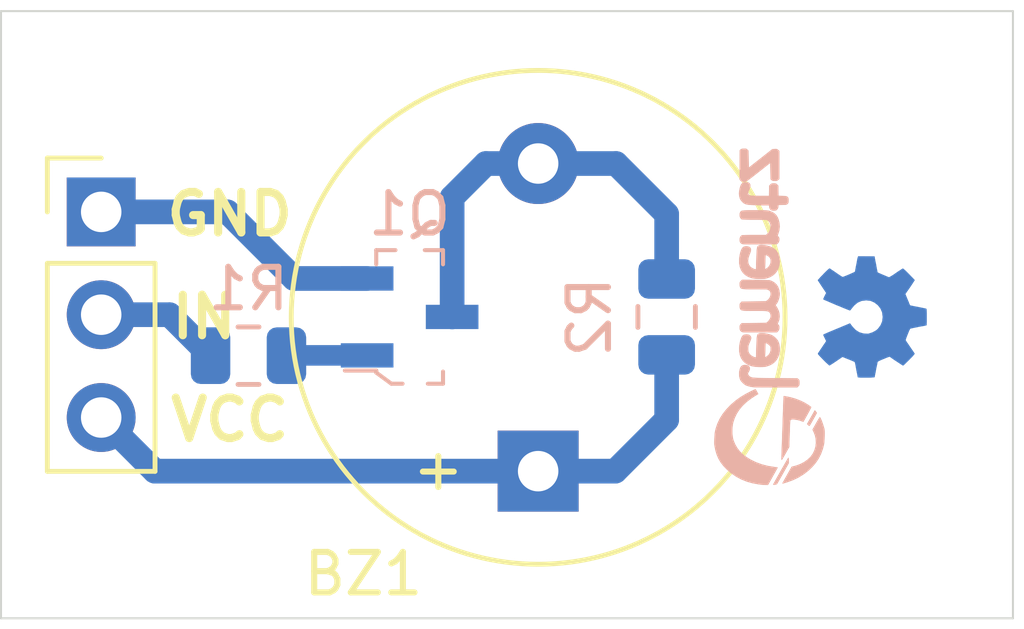
<source format=kicad_pcb>
(kicad_pcb (version 20171130) (host pcbnew 5.1.5-52549c5~86~ubuntu16.04.1)

  (general
    (thickness 1.6)
    (drawings 7)
    (tracks 18)
    (zones 0)
    (modules 9)
    (nets 6)
  )

  (page A4)
  (title_block
    (title "Buzzer Module")
    (date 2020-11-09)
    (rev V1.0)
    (company "Elementz Engineers Guild Pvt Ltd")
    (comment 1 "Verified by : Jerryl")
    (comment 2 "Drawn by : Anandu")
  )

  (layers
    (0 F.Cu signal)
    (31 B.Cu signal)
    (32 B.Adhes user hide)
    (33 F.Adhes user hide)
    (34 B.Paste user)
    (35 F.Paste user)
    (36 B.SilkS user)
    (37 F.SilkS user)
    (38 B.Mask user)
    (39 F.Mask user)
    (40 Dwgs.User user)
    (41 Cmts.User user)
    (42 Eco1.User user)
    (43 Eco2.User user)
    (44 Edge.Cuts user)
    (45 Margin user hide)
    (46 B.CrtYd user hide)
    (47 F.CrtYd user hide)
    (48 B.Fab user hide)
    (49 F.Fab user hide)
  )

  (setup
    (last_trace_width 0.508)
    (trace_clearance 0.2)
    (zone_clearance 0.508)
    (zone_45_only no)
    (trace_min 0.2)
    (via_size 0.8)
    (via_drill 0.4)
    (via_min_size 0.4)
    (via_min_drill 0.3)
    (uvia_size 0.3)
    (uvia_drill 0.1)
    (uvias_allowed no)
    (uvia_min_size 0.2)
    (uvia_min_drill 0.1)
    (edge_width 0.05)
    (segment_width 0.2)
    (pcb_text_width 0.3)
    (pcb_text_size 1.5 1.5)
    (mod_edge_width 0.12)
    (mod_text_size 1 1)
    (mod_text_width 0.15)
    (pad_size 1.524 1.524)
    (pad_drill 0.762)
    (pad_to_mask_clearance 0)
    (aux_axis_origin 0 0)
    (visible_elements FFFFFF7F)
    (pcbplotparams
      (layerselection 0x010f4_fffffffe)
      (usegerberextensions false)
      (usegerberattributes true)
      (usegerberadvancedattributes true)
      (creategerberjobfile true)
      (excludeedgelayer true)
      (linewidth 0.100000)
      (plotframeref false)
      (viasonmask false)
      (mode 1)
      (useauxorigin false)
      (hpglpennumber 1)
      (hpglpenspeed 20)
      (hpglpendiameter 15.000000)
      (psnegative false)
      (psa4output false)
      (plotreference true)
      (plotvalue false)
      (plotinvisibletext false)
      (padsonsilk false)
      (subtractmaskfromsilk false)
      (outputformat 1)
      (mirror false)
      (drillshape 0)
      (scaleselection 1)
      (outputdirectory "Gerber"))
  )

  (net 0 "")
  (net 1 "Net-(BZ1-Pad2)")
  (net 2 VCC)
  (net 3 /IN)
  (net 4 GND)
  (net 5 "Net-(Q1-Pad1)")

  (net_class Default "This is the default net class."
    (clearance 0.2)
    (trace_width 0.508)
    (via_dia 0.8)
    (via_drill 0.4)
    (uvia_dia 0.3)
    (uvia_drill 0.1)
    (add_net "Net-(Q1-Pad1)")
  )

  (net_class VCC ""
    (clearance 0.2)
    (trace_width 0.6096)
    (via_dia 0.8)
    (via_drill 0.4)
    (uvia_dia 0.3)
    (uvia_drill 0.1)
    (add_net /IN)
    (add_net GND)
    (add_net "Net-(BZ1-Pad2)")
    (add_net VCC)
  )

  (module OSHW-logo:OSHW-logo_copper-back_3mm (layer B.Cu) (tedit 0) (tstamp 5FA938FB)
    (at 136.525 122.555 90)
    (fp_text reference G*** (at 0 -1.59004 -90) (layer F.SilkS) hide
      (effects (font (size 0.13462 0.13462) (thickness 0.0254)))
    )
    (fp_text value OSHW-logo_copper-back_3mm (at 0 1.59004 -90) (layer F.SilkS) hide
      (effects (font (size 0.13462 0.13462) (thickness 0.0254)))
    )
    (fp_poly (pts (xy 0.90932 -1.3462) (xy 0.89154 -1.33858) (xy 0.85852 -1.31572) (xy 0.80772 -1.2827)
      (xy 0.7493 -1.2446) (xy 0.68834 -1.20396) (xy 0.64008 -1.17094) (xy 0.60452 -1.14808)
      (xy 0.59182 -1.14046) (xy 0.5842 -1.143) (xy 0.55626 -1.15824) (xy 0.51562 -1.17856)
      (xy 0.49022 -1.19126) (xy 0.45212 -1.2065) (xy 0.43434 -1.21158) (xy 0.4318 -1.2065)
      (xy 0.41656 -1.17602) (xy 0.39624 -1.12776) (xy 0.3683 -1.06172) (xy 0.33528 -0.98552)
      (xy 0.29972 -0.90424) (xy 0.2667 -0.82042) (xy 0.23368 -0.74168) (xy 0.2032 -0.66802)
      (xy 0.18034 -0.6096) (xy 0.1651 -0.56896) (xy 0.15748 -0.55118) (xy 0.16002 -0.54864)
      (xy 0.1778 -0.53086) (xy 0.21082 -0.50546) (xy 0.28194 -0.44704) (xy 0.35306 -0.36068)
      (xy 0.39624 -0.26162) (xy 0.40894 -0.14986) (xy 0.39878 -0.04826) (xy 0.35814 0.04826)
      (xy 0.28956 0.13716) (xy 0.20574 0.2032) (xy 0.10922 0.24384) (xy 0 0.25654)
      (xy -0.10414 0.24638) (xy -0.2032 0.20574) (xy -0.2921 0.1397) (xy -0.3302 0.09652)
      (xy -0.381 0.00508) (xy -0.41148 -0.0889) (xy -0.41402 -0.11176) (xy -0.40894 -0.21844)
      (xy -0.37846 -0.32004) (xy -0.32258 -0.40894) (xy -0.24638 -0.4826) (xy -0.23622 -0.49022)
      (xy -0.20066 -0.51816) (xy -0.17526 -0.53594) (xy -0.15748 -0.55118) (xy -0.2921 -0.87376)
      (xy -0.31242 -0.92456) (xy -0.35052 -1.01346) (xy -0.381 -1.08966) (xy -0.40894 -1.15062)
      (xy -0.42672 -1.19126) (xy -0.43434 -1.2065) (xy -0.44704 -1.20904) (xy -0.4699 -1.20142)
      (xy -0.51562 -1.17856) (xy -0.5461 -1.16332) (xy -0.57912 -1.14808) (xy -0.59436 -1.14046)
      (xy -0.6096 -1.14808) (xy -0.64262 -1.1684) (xy -0.68834 -1.20142) (xy -0.74676 -1.23952)
      (xy -0.80264 -1.27762) (xy -0.85344 -1.31064) (xy -0.889 -1.33604) (xy -0.90678 -1.34366)
      (xy -0.90932 -1.34366) (xy -0.9271 -1.33604) (xy -0.95504 -1.31064) (xy -0.99822 -1.27)
      (xy -1.06172 -1.20904) (xy -1.07188 -1.19888) (xy -1.12268 -1.14808) (xy -1.16332 -1.10236)
      (xy -1.19126 -1.07188) (xy -1.20142 -1.05918) (xy -1.19126 -1.0414) (xy -1.1684 -1.0033)
      (xy -1.13538 -0.9525) (xy -1.09474 -0.89154) (xy -0.98806 -0.7366) (xy -1.04648 -0.59182)
      (xy -1.06426 -0.5461) (xy -1.08712 -0.49022) (xy -1.1049 -0.45212) (xy -1.11252 -0.43434)
      (xy -1.1303 -0.42926) (xy -1.1684 -0.4191) (xy -1.22682 -0.40894) (xy -1.29794 -0.39624)
      (xy -1.36398 -0.38354) (xy -1.4224 -0.37084) (xy -1.46558 -0.36322) (xy -1.4859 -0.36068)
      (xy -1.49098 -0.3556) (xy -1.49352 -0.34798) (xy -1.49606 -0.32766) (xy -1.4986 -0.28956)
      (xy -1.4986 -0.23368) (xy -1.4986 -0.14986) (xy -1.4986 -0.14224) (xy -1.4986 -0.0635)
      (xy -1.49606 0) (xy -1.49352 0.0381) (xy -1.49098 0.05588) (xy -1.4732 0.06096)
      (xy -1.43002 0.06858) (xy -1.3716 0.08128) (xy -1.30048 0.09398) (xy -1.2954 0.09398)
      (xy -1.22428 0.10922) (xy -1.16586 0.12192) (xy -1.12268 0.12954) (xy -1.1049 0.13716)
      (xy -1.10236 0.14224) (xy -1.08712 0.17018) (xy -1.0668 0.21336) (xy -1.04394 0.2667)
      (xy -1.02108 0.32258) (xy -1.00076 0.37338) (xy -0.98806 0.40894) (xy -0.98298 0.42672)
      (xy -0.99314 0.4445) (xy -1.01854 0.48006) (xy -1.0541 0.53086) (xy -1.09474 0.59182)
      (xy -1.09728 0.5969) (xy -1.13792 0.65786) (xy -1.17094 0.70866) (xy -1.1938 0.74422)
      (xy -1.20142 0.75946) (xy -1.20142 0.762) (xy -1.18872 0.77978) (xy -1.15824 0.8128)
      (xy -1.11252 0.85852) (xy -1.06172 0.91186) (xy -1.04394 0.9271) (xy -0.98552 0.98552)
      (xy -0.94488 1.02108) (xy -0.91948 1.0414) (xy -0.90932 1.04648) (xy -0.90678 1.04648)
      (xy -0.889 1.03632) (xy -0.8509 1.01092) (xy -0.8001 0.97536) (xy -0.73914 0.93472)
      (xy -0.7366 0.93218) (xy -0.67564 0.89154) (xy -0.62484 0.85598) (xy -0.58928 0.83312)
      (xy -0.57404 0.8255) (xy -0.5715 0.8255) (xy -0.54864 0.83058) (xy -0.50546 0.84582)
      (xy -0.45212 0.86614) (xy -0.39624 0.889) (xy -0.34544 0.90932) (xy -0.30988 0.9271)
      (xy -0.2921 0.93726) (xy -0.28956 0.93726) (xy -0.28448 0.96012) (xy -0.27432 1.00584)
      (xy -0.26162 1.0668) (xy -0.24638 1.14046) (xy -0.24384 1.15062) (xy -0.23114 1.22428)
      (xy -0.22098 1.2827) (xy -0.21082 1.32334) (xy -0.20828 1.34112) (xy -0.19812 1.34112)
      (xy -0.16256 1.34366) (xy -0.10922 1.3462) (xy -0.04318 1.3462) (xy 0.02286 1.3462)
      (xy 0.0889 1.3462) (xy 0.14478 1.34366) (xy 0.18542 1.34112) (xy 0.2032 1.33604)
      (xy 0.20828 1.31318) (xy 0.21844 1.27) (xy 0.23114 1.2065) (xy 0.24638 1.13284)
      (xy 0.24892 1.12014) (xy 0.26162 1.04902) (xy 0.27432 0.9906) (xy 0.28194 0.94996)
      (xy 0.28702 0.93472) (xy 0.2921 0.93218) (xy 0.32258 0.91694) (xy 0.37084 0.89916)
      (xy 0.42926 0.87376) (xy 0.56642 0.81788) (xy 0.73406 0.93472) (xy 0.7493 0.94488)
      (xy 0.81026 0.98552) (xy 0.86106 1.01854) (xy 0.89662 1.0414) (xy 0.90932 1.04902)
      (xy 0.91186 1.04902) (xy 0.9271 1.03378) (xy 0.96012 1.0033) (xy 1.00584 0.95758)
      (xy 1.05918 0.90678) (xy 1.09982 0.86614) (xy 1.14554 0.82042) (xy 1.17348 0.7874)
      (xy 1.19126 0.76708) (xy 1.19634 0.75438) (xy 1.1938 0.74676) (xy 1.18364 0.72898)
      (xy 1.15824 0.69342) (xy 1.12522 0.64008) (xy 1.08458 0.58166) (xy 1.04902 0.53086)
      (xy 1.01346 0.47498) (xy 0.9906 0.43434) (xy 0.98044 0.41656) (xy 0.98298 0.4064)
      (xy 0.99568 0.37338) (xy 1.016 0.32512) (xy 1.0414 0.26416) (xy 1.09982 0.13208)
      (xy 1.18618 0.1143) (xy 1.23952 0.10414) (xy 1.31318 0.09144) (xy 1.3843 0.0762)
      (xy 1.49606 0.05588) (xy 1.4986 -0.34798) (xy 1.48082 -0.3556) (xy 1.46558 -0.36068)
      (xy 1.42494 -0.37084) (xy 1.36652 -0.381) (xy 1.29794 -0.3937) (xy 1.23698 -0.4064)
      (xy 1.17856 -0.41656) (xy 1.13538 -0.42418) (xy 1.1176 -0.42926) (xy 1.11252 -0.43434)
      (xy 1.09728 -0.46482) (xy 1.07696 -0.51054) (xy 1.0541 -0.56388) (xy 1.0287 -0.6223)
      (xy 1.00838 -0.6731) (xy 0.99314 -0.71374) (xy 0.98806 -0.73406) (xy 0.99568 -0.7493)
      (xy 1.01854 -0.78486) (xy 1.05156 -0.83566) (xy 1.0922 -0.89408) (xy 1.13284 -0.9525)
      (xy 1.16586 -1.0033) (xy 1.19126 -1.03886) (xy 1.19888 -1.05664) (xy 1.1938 -1.0668)
      (xy 1.17094 -1.09474) (xy 1.12776 -1.14046) (xy 1.06172 -1.2065) (xy 1.04902 -1.21666)
      (xy 0.99822 -1.26746) (xy 0.9525 -1.3081) (xy 0.92202 -1.33604) (xy 0.90932 -1.3462)) (layer B.Cu) (width 0.00254))
  )

  (module Logo:LOGO_8 (layer B.Cu) (tedit 0) (tstamp 5FA95A85)
    (at 133.985 122.555 90)
    (fp_text reference G*** (at 0 0 90) (layer B.SilkS) hide
      (effects (font (size 1.524 1.524) (thickness 0.3)) (justify mirror))
    )
    (fp_text value LOGO (at 0.75 0 90) (layer B.SilkS) hide
      (effects (font (size 1.524 1.524) (thickness 0.3)) (justify mirror))
    )
    (fp_poly (pts (xy -2.361992 1.163434) (xy -2.345071 1.150927) (xy -2.337015 1.144375) (xy -2.308236 1.120349)
      (xy -2.396601 1.070878) (xy -2.442094 1.04533) (xy -2.492421 1.016942) (xy -2.54002 0.989984)
      (xy -2.563954 0.97637) (xy -2.596281 0.958036) (xy -2.622597 0.943298) (xy -2.6398 0.933879)
      (xy -2.64492 0.931334) (xy -2.651403 0.936823) (xy -2.66528 0.950582) (xy -2.671287 0.956789)
      (xy -2.686782 0.976361) (xy -2.688466 0.988885) (xy -2.68681 0.99111) (xy -2.677126 0.997688)
      (xy -2.65558 1.0107) (xy -2.624858 1.028637) (xy -2.587647 1.04999) (xy -2.546632 1.07325)
      (xy -2.5045 1.096907) (xy -2.463937 1.119452) (xy -2.427628 1.139376) (xy -2.398261 1.155171)
      (xy -2.37852 1.165326) (xy -2.371255 1.1684) (xy -2.361992 1.163434)) (layer B.SilkS) (width 0.01))
    (fp_poly (pts (xy -2.82458 1.361227) (xy -2.789144 1.359026) (xy -2.7686 1.355692) (xy -2.68268 1.330101)
      (xy -2.610519 1.306474) (xy -2.552797 1.285066) (xy -2.51019 1.266135) (xy -2.483377 1.249938)
      (xy -2.478928 1.246061) (xy -2.484149 1.240387) (xy -2.502169 1.227874) (xy -2.530926 1.209803)
      (xy -2.56836 1.187456) (xy -2.612409 1.162113) (xy -2.628736 1.152925) (xy -2.784583 1.065707)
      (xy -2.846441 1.095269) (xy -2.934452 1.128475) (xy -3.025707 1.146444) (xy -3.117989 1.149497)
      (xy -3.209077 1.137954) (xy -3.296754 1.112133) (xy -3.378799 1.072356) (xy -3.452993 1.018941)
      (xy -3.467664 1.005745) (xy -3.532549 0.934796) (xy -3.589988 0.851485) (xy -3.637926 0.759503)
      (xy -3.67431 0.662541) (xy -3.688514 0.609035) (xy -3.701661 0.55082) (xy -3.901284 0.438393)
      (xy -3.962915 0.40369) (xy -4.011375 0.376452) (xy -4.048245 0.355837) (xy -4.075112 0.341001)
      (xy -4.093556 0.331103) (xy -4.105163 0.325299) (xy -4.111516 0.322747) (xy -4.114198 0.322604)
      (xy -4.114792 0.324027) (xy -4.1148 0.32477) (xy -4.112482 0.334147) (xy -4.10617 0.356383)
      (xy -4.096831 0.388148) (xy -4.085497 0.42589) (xy -4.031701 0.576195) (xy -3.964498 0.716713)
      (xy -3.884185 0.846953) (xy -3.79106 0.966423) (xy -3.7029 1.058333) (xy -3.603169 1.143396)
      (xy -3.497868 1.214001) (xy -3.384931 1.271229) (xy -3.262289 1.316164) (xy -3.158067 1.343484)
      (xy -3.125964 1.348797) (xy -3.082803 1.353368) (xy -3.032111 1.357087) (xy -2.977415 1.359843)
      (xy -2.922243 1.361526) (xy -2.870122 1.362024) (xy -2.82458 1.361227)) (layer B.SilkS) (width 0.01))
    (fp_poly (pts (xy -2.220285 1.020939) (xy -2.205561 1.001749) (xy -2.186604 0.975482) (xy -2.177881 0.962987)
      (xy -2.119868 0.867934) (xy -2.067938 0.760524) (xy -2.023681 0.644724) (xy -1.988686 0.524502)
      (xy -1.972472 0.450194) (xy -1.965539 0.412167) (xy -1.960339 0.380773) (xy -1.957399 0.359411)
      (xy -1.957162 0.351522) (xy -1.96587 0.350817) (xy -1.990217 0.349617) (xy -2.028918 0.347972)
      (xy -2.080686 0.345928) (xy -2.144235 0.343532) (xy -2.218281 0.340832) (xy -2.301536 0.337876)
      (xy -2.392716 0.334711) (xy -2.490534 0.331384) (xy -2.593706 0.327942) (xy -2.624666 0.326922)
      (xy -2.732756 0.323352) (xy -2.83852 0.319824) (xy -2.940354 0.316392) (xy -3.03665 0.313114)
      (xy -3.125802 0.310043) (xy -3.206203 0.307236) (xy -3.276246 0.30475) (xy -3.334325 0.302639)
      (xy -3.378833 0.300959) (xy -3.408163 0.299766) (xy -3.40995 0.299687) (xy -3.453426 0.298227)
      (xy -3.489761 0.297942) (xy -3.516051 0.298783) (xy -3.529395 0.300704) (xy -3.530471 0.30166)
      (xy -3.523364 0.307775) (xy -3.503558 0.320723) (xy -3.473207 0.339202) (xy -3.434463 0.361912)
      (xy -3.389482 0.387554) (xy -3.371721 0.397506) (xy -3.2131 0.485978) (xy -2.8956 0.496694)
      (xy -2.823261 0.499236) (xy -2.755743 0.501801) (xy -2.69504 0.504299) (xy -2.643144 0.506639)
      (xy -2.60205 0.508731) (xy -2.573751 0.510485) (xy -2.560242 0.511812) (xy -2.559896 0.511887)
      (xy -2.543954 0.522692) (xy -2.533667 0.539699) (xy -2.529657 0.566556) (xy -2.530713 0.60518)
      (xy -2.536268 0.65137) (xy -2.545757 0.700924) (xy -2.558612 0.74964) (xy -2.564348 0.767311)
      (xy -2.588469 0.83729) (xy -2.412009 0.93572) (xy -2.362288 0.963105) (xy -2.317372 0.987178)
      (xy -2.279386 1.006854) (xy -2.250457 1.021047) (xy -2.232711 1.028673) (xy -2.228151 1.029577)
      (xy -2.220285 1.020939)) (layer B.SilkS) (width 0.01))
    (fp_poly (pts (xy -3.515773 0.473398) (xy -3.492262 0.471445) (xy -3.480565 0.468653) (xy -3.479952 0.467784)
      (xy -3.487074 0.462758) (xy -3.507183 0.450515) (xy -3.538475 0.432075) (xy -3.579142 0.408461)
      (xy -3.627379 0.380695) (xy -3.68138 0.349798) (xy -3.73934 0.316791) (xy -3.799453 0.282697)
      (xy -3.859913 0.248538) (xy -3.918913 0.215334) (xy -3.974649 0.184109) (xy -4.025314 0.155883)
      (xy -4.069102 0.131678) (xy -4.104208 0.112517) (xy -4.128826 0.09942) (xy -4.14115 0.093409)
      (xy -4.142114 0.093133) (xy -4.143929 0.100675) (xy -4.143544 0.119873) (xy -4.142402 0.13335)
      (xy -4.138007 0.159151) (xy -4.131696 0.178185) (xy -4.128625 0.18282) (xy -4.119178 0.189021)
      (xy -4.096713 0.202421) (xy -4.063012 0.221995) (xy -4.019861 0.246721) (xy -3.969044 0.275574)
      (xy -3.912345 0.307531) (xy -3.866706 0.333104) (xy -3.614378 0.474134) (xy -3.547089 0.474134)
      (xy -3.515773 0.473398)) (layer B.SilkS) (width 0.01))
    (fp_poly (pts (xy 4.124853 0.212652) (xy 4.138641 0.195857) (xy 4.145942 0.18078) (xy 4.148338 0.161432)
      (xy 4.147407 0.131825) (xy 4.147187 0.127985) (xy 4.143924 0.071967) (xy 3.684466 -0.512233)
      (xy 3.896109 -0.516466) (xy 4.107752 -0.5207) (xy 4.133334 -0.549348) (xy 4.146892 -0.565797)
      (xy 4.154214 -0.580539) (xy 4.156782 -0.599341) (xy 4.156077 -0.627973) (xy 4.155629 -0.636175)
      (xy 4.152459 -0.670779) (xy 4.146752 -0.693504) (xy 4.13706 -0.709372) (xy 4.133343 -0.713361)
      (xy 4.114344 -0.732366) (xy 3.755167 -0.734746) (xy 3.395989 -0.737126) (xy 3.369867 -0.71358)
      (xy 3.34644 -0.68141) (xy 3.336528 -0.640216) (xy 3.339391 -0.597701) (xy 3.344122 -0.585749)
      (xy 3.355534 -0.566342) (xy 3.37424 -0.538643) (xy 3.400856 -0.501816) (xy 3.435996 -0.455023)
      (xy 3.480273 -0.397428) (xy 3.534302 -0.328194) (xy 3.577447 -0.273378) (xy 3.809915 0.021167)
      (xy 3.606009 0.0254) (xy 3.402102 0.029633) (xy 3.381684 0.053389) (xy 3.369921 0.070154)
      (xy 3.363688 0.089426) (xy 3.361417 0.117208) (xy 3.361267 0.131572) (xy 3.362203 0.163135)
      (xy 3.366278 0.18413) (xy 3.375395 0.200875) (xy 3.385972 0.21365) (xy 3.410678 0.2413)
      (xy 4.099256 0.2413) (xy 4.124853 0.212652)) (layer B.SilkS) (width 0.01))
    (fp_poly (pts (xy 2.315425 0.245931) (xy 2.400776 0.225338) (xy 2.4638 0.19866) (xy 2.518023 0.163161)
      (xy 2.561262 0.117328) (xy 2.594948 0.059331) (xy 2.615432 0.004726) (xy 2.620143 -0.011447)
      (xy 2.623938 -0.027611) (xy 2.626915 -0.045749) (xy 2.629174 -0.067844) (xy 2.630812 -0.095878)
      (xy 2.631927 -0.131836) (xy 2.632618 -0.177699) (xy 2.632983 -0.235452) (xy 2.63312 -0.307077)
      (xy 2.633133 -0.35253) (xy 2.633039 -0.438223) (xy 2.632608 -0.508631) (xy 2.631619 -0.565403)
      (xy 2.629851 -0.610189) (xy 2.627083 -0.644636) (xy 2.623095 -0.670394) (xy 2.617665 -0.689111)
      (xy 2.610572 -0.702436) (xy 2.601596 -0.712018) (xy 2.590514 -0.719505) (xy 2.583421 -0.723337)
      (xy 2.547396 -0.734884) (xy 2.508267 -0.736134) (xy 2.470477 -0.72819) (xy 2.438465 -0.712154)
      (xy 2.416673 -0.689127) (xy 2.412789 -0.681011) (xy 2.410672 -0.667015) (xy 2.408789 -0.637913)
      (xy 2.40719 -0.595534) (xy 2.405924 -0.541704) (xy 2.405039 -0.478251) (xy 2.404585 -0.407003)
      (xy 2.404533 -0.372533) (xy 2.404253 -0.285624) (xy 2.403428 -0.211622) (xy 2.402082 -0.151351)
      (xy 2.40024 -0.105633) (xy 2.397924 -0.075292) (xy 2.395503 -0.061934) (xy 2.371936 -0.021181)
      (xy 2.33662 0.007521) (xy 2.289432 0.024244) (xy 2.239434 0.029097) (xy 2.175445 0.021683)
      (xy 2.116994 -0.00111) (xy 2.06632 -0.038313) (xy 2.053924 -0.051076) (xy 2.023534 -0.084715)
      (xy 2.023534 -0.372006) (xy 2.023291 -0.446287) (xy 2.022597 -0.513592) (xy 2.0215 -0.572097)
      (xy 2.020048 -0.619977) (xy 2.018291 -0.655411) (xy 2.016276 -0.676574) (xy 2.015278 -0.681011)
      (xy 1.997392 -0.70603) (xy 1.968065 -0.724283) (xy 1.931781 -0.734751) (xy 1.893027 -0.736416)
      (xy 1.85629 -0.728258) (xy 1.840825 -0.720636) (xy 1.819787 -0.702609) (xy 1.80492 -0.680983)
      (xy 1.804608 -0.68025) (xy 1.802142 -0.669412) (xy 1.80013 -0.649251) (xy 1.798556 -0.618731)
      (xy 1.797401 -0.57682) (xy 1.796647 -0.522485) (xy 1.796277 -0.454693) (xy 1.796271 -0.37241)
      (xy 1.796612 -0.274602) (xy 1.796816 -0.235299) (xy 1.799167 0.185167) (xy 1.82372 0.210788)
      (xy 1.852183 0.230622) (xy 1.887566 0.241335) (xy 1.924971 0.242909) (xy 1.9595 0.235329)
      (xy 1.986254 0.218577) (xy 1.992308 0.211371) (xy 1.99918 0.203081) (xy 2.007413 0.200277)
      (xy 2.021402 0.20326) (xy 2.045541 0.212335) (xy 2.053718 0.215607) (xy 2.139128 0.24118)
      (xy 2.227286 0.25125) (xy 2.315425 0.245931)) (layer B.SilkS) (width 0.01))
    (fp_poly (pts (xy 0.671714 0.237324) (xy 0.741274 0.211933) (xy 0.799341 0.174446) (xy 0.846442 0.124501)
      (xy 0.883102 0.061737) (xy 0.890406 0.044724) (xy 0.89536 0.03203) (xy 0.899424 0.019685)
      (xy 0.9027 0.005907) (xy 0.90529 -0.011084) (xy 0.907298 -0.033071) (xy 0.908826 -0.061834)
      (xy 0.909976 -0.099154) (xy 0.910852 -0.146813) (xy 0.911556 -0.206593) (xy 0.912191 -0.280273)
      (xy 0.91265 -0.341264) (xy 0.915133 -0.678294) (xy 0.88598 -0.707447) (xy 0.867084 -0.724509)
      (xy 0.849879 -0.733214) (xy 0.827132 -0.736303) (xy 0.808993 -0.7366) (xy 0.775905 -0.73411)
      (xy 0.746457 -0.727689) (xy 0.735513 -0.723337) (xy 0.723089 -0.716234) (xy 0.712924 -0.707909)
      (xy 0.704793 -0.696702) (xy 0.698469 -0.680948) (xy 0.693726 -0.658984) (xy 0.690338 -0.629149)
      (xy 0.688079 -0.589779) (xy 0.686723 -0.539212) (xy 0.686044 -0.475784) (xy 0.685816 -0.397832)
      (xy 0.6858 -0.357666) (xy 0.685771 -0.279151) (xy 0.685611 -0.215694) (xy 0.685214 -0.16542)
      (xy 0.684471 -0.126453) (xy 0.683275 -0.096917) (xy 0.68152 -0.074938) (xy 0.679097 -0.05864)
      (xy 0.675899 -0.046147) (xy 0.671819 -0.035584) (xy 0.66675 -0.025077) (xy 0.650257 0.00144)
      (xy 0.630675 0.017256) (xy 0.613525 0.024516) (xy 0.567622 0.031901) (xy 0.519472 0.02496)
      (xy 0.472888 0.00518) (xy 0.431684 -0.025953) (xy 0.4064 -0.056168) (xy 0.385234 -0.087614)
      (xy 0.381 -0.387413) (xy 0.376767 -0.687213) (xy 0.349117 -0.711906) (xy 0.329419 -0.726943)
      (xy 0.309418 -0.73433) (xy 0.281603 -0.736555) (xy 0.274613 -0.7366) (xy 0.242434 -0.734117)
      (xy 0.213327 -0.727765) (xy 0.202113 -0.723337) (xy 0.189652 -0.716205) (xy 0.179464 -0.707837)
      (xy 0.171321 -0.696563) (xy 0.164995 -0.680717) (xy 0.160258 -0.658627) (xy 0.156881 -0.628627)
      (xy 0.154637 -0.589045) (xy 0.153296 -0.538215) (xy 0.152631 -0.474466) (xy 0.152413 -0.396129)
      (xy 0.1524 -0.359833) (xy 0.152321 -0.276773) (xy 0.151941 -0.208864) (xy 0.151043 -0.154321)
      (xy 0.149411 -0.111362) (xy 0.146829 -0.078204) (xy 0.143081 -0.053063) (xy 0.13795 -0.034157)
      (xy 0.131222 -0.019702) (xy 0.122679 -0.007915) (xy 0.112105 0.002986) (xy 0.107958 0.006855)
      (xy 0.080866 0.022767) (xy 0.041279 0.03094) (xy 0.04125 0.030943) (xy 0.011724 0.032308)
      (xy -0.012312 0.02822) (xy -0.039221 0.016884) (xy -0.049889 0.011388) (xy -0.080355 -0.007975)
      (xy -0.108803 -0.03141) (xy -0.121856 -0.045217) (xy -0.148167 -0.077735) (xy -0.156633 -0.687215)
      (xy -0.184283 -0.711907) (xy -0.203399 -0.726629) (xy -0.222644 -0.734039) (xy -0.249211 -0.736465)
      (xy -0.260483 -0.736568) (xy -0.304977 -0.732259) (xy -0.336089 -0.72004) (xy -0.36215 -0.694602)
      (xy -0.372534 -0.671388) (xy -0.374982 -0.655343) (xy -0.376932 -0.625369) (xy -0.378392 -0.580983)
      (xy -0.37937 -0.5217) (xy -0.379872 -0.447036) (xy -0.379906 -0.356506) (xy -0.37948 -0.249627)
      (xy -0.379345 -0.227033) (xy -0.376767 0.185167) (xy -0.352214 0.210788) (xy -0.324647 0.230044)
      (xy -0.290162 0.240813) (xy -0.253547 0.243075) (xy -0.219592 0.236809) (xy -0.193083 0.221993)
      (xy -0.184214 0.211527) (xy -0.177167 0.202313) (xy -0.168621 0.200791) (xy -0.153079 0.207075)
      (xy -0.142488 0.212404) (xy -0.072037 0.23912) (xy 0.002188 0.250211) (xy 0.07793 0.245873)
      (xy 0.152934 0.226303) (xy 0.224942 0.1917) (xy 0.245536 0.178477) (xy 0.271419 0.161219)
      (xy 0.287377 0.152594) (xy 0.297327 0.151482) (xy 0.305189 0.156764) (xy 0.308658 0.160452)
      (xy 0.339814 0.185753) (xy 0.383397 0.208881) (xy 0.434919 0.228391) (xy 0.489891 0.24284)
      (xy 0.543822 0.250784) (xy 0.590134 0.250979) (xy 0.671714 0.237324)) (layer B.SilkS) (width 0.01))
    (fp_poly (pts (xy 2.911001 0.469203) (xy 2.931889 0.466073) (xy 2.946793 0.458955) (xy 2.961024 0.446448)
      (xy 2.97102 0.435674) (xy 2.977798 0.424678) (xy 2.982107 0.409927) (xy 2.984697 0.387883)
      (xy 2.986315 0.355013) (xy 2.987308 0.322327) (xy 2.990117 0.221659) (xy 3.116276 0.218779)
      (xy 3.242436 0.2159) (xy 3.270101 0.188221) (xy 3.285319 0.171509) (xy 3.293629 0.156019)
      (xy 3.297092 0.135618) (xy 3.297767 0.105833) (xy 3.297015 0.074989) (xy 3.293386 0.054925)
      (xy 3.284821 0.039509) (xy 3.270101 0.023446) (xy 3.242436 -0.004233) (xy 3.115585 -0.007126)
      (xy 2.988733 -0.01002) (xy 2.988781 -0.22726) (xy 2.989065 -0.303536) (xy 2.990043 -0.364743)
      (xy 2.991961 -0.412741) (xy 2.995064 -0.449386) (xy 2.999596 -0.476539) (xy 3.005803 -0.496058)
      (xy 3.013929 -0.509801) (xy 3.02422 -0.519627) (xy 3.027637 -0.522005) (xy 3.049237 -0.529815)
      (xy 3.076943 -0.527581) (xy 3.113153 -0.514839) (xy 3.145367 -0.499142) (xy 3.174308 -0.487793)
      (xy 3.209432 -0.479134) (xy 3.226253 -0.476715) (xy 3.255028 -0.474922) (xy 3.273923 -0.47769)
      (xy 3.289731 -0.486608) (xy 3.29822 -0.493542) (xy 3.310686 -0.505308) (xy 3.318114 -0.51718)
      (xy 3.321803 -0.533802) (xy 3.32305 -0.55982) (xy 3.323167 -0.582785) (xy 3.322602 -0.617907)
      (xy 3.320155 -0.640946) (xy 3.314699 -0.656736) (xy 3.305108 -0.670109) (xy 3.302 -0.673568)
      (xy 3.273652 -0.697) (xy 3.234929 -0.715888) (xy 3.183456 -0.731199) (xy 3.137431 -0.740504)
      (xy 3.097187 -0.747242) (xy 3.067856 -0.750939) (xy 3.043719 -0.751728) (xy 3.019054 -0.74974)
      (xy 2.988142 -0.745108) (xy 2.981988 -0.744089) (xy 2.930346 -0.73102) (xy 2.887316 -0.708804)
      (xy 2.850452 -0.678517) (xy 2.829465 -0.657289) (xy 2.812269 -0.636034) (xy 2.798454 -0.612808)
      (xy 2.787611 -0.585667) (xy 2.779329 -0.552668) (xy 2.773198 -0.511866) (xy 2.768809 -0.461318)
      (xy 2.765751 -0.399078) (xy 2.763614 -0.323204) (xy 2.762452 -0.261321) (xy 2.758325 -0.010408)
      (xy 2.718391 -0.005111) (xy 2.68375 0.003938) (xy 2.656981 0.022712) (xy 2.653678 0.026049)
      (xy 2.639855 0.042396) (xy 2.632383 0.058713) (xy 2.629371 0.081121) (xy 2.6289 0.106227)
      (xy 2.629714 0.13716) (xy 2.633454 0.157248) (xy 2.642071 0.172552) (xy 2.654653 0.186294)
      (xy 2.678557 0.204833) (xy 2.707466 0.214684) (xy 2.723819 0.217188) (xy 2.767232 0.22233)
      (xy 2.770033 0.322663) (xy 2.771415 0.365537) (xy 2.773231 0.395025) (xy 2.776232 0.41467)
      (xy 2.78117 0.428016) (xy 2.788799 0.438608) (xy 2.796309 0.446448) (xy 2.810674 0.459048)
      (xy 2.82561 0.46612) (xy 2.846582 0.469219) (xy 2.878667 0.4699) (xy 2.911001 0.469203)) (layer B.SilkS) (width 0.01))
    (fp_poly (pts (xy 1.467773 0.247228) (xy 1.54262 0.22694) (xy 1.607244 0.193178) (xy 1.661604 0.145983)
      (xy 1.705662 0.085398) (xy 1.739377 0.011463) (xy 1.762711 -0.075779) (xy 1.774401 -0.16091)
      (xy 1.776542 -0.200849) (xy 1.774387 -0.23006) (xy 1.767465 -0.254312) (xy 1.766585 -0.256464)
      (xy 1.75974 -0.271038) (xy 1.751443 -0.282891) (xy 1.739928 -0.29238) (xy 1.72343 -0.299856)
      (xy 1.700185 -0.305676) (xy 1.668428 -0.310192) (xy 1.626393 -0.313758) (xy 1.572315 -0.31673)
      (xy 1.50443 -0.319459) (xy 1.441753 -0.321615) (xy 1.37779 -0.323732) (xy 1.319135 -0.32566)
      (xy 1.267975 -0.327327) (xy 1.226494 -0.328663) (xy 1.196878 -0.329597) (xy 1.181311 -0.330059)
      (xy 1.179666 -0.330095) (xy 1.173502 -0.33673) (xy 1.175044 -0.354079) (xy 1.182794 -0.378639)
      (xy 1.195255 -0.406909) (xy 1.210933 -0.435386) (xy 1.22833 -0.460569) (xy 1.241708 -0.475283)
      (xy 1.286866 -0.507777) (xy 1.337639 -0.52615) (xy 1.394933 -0.530432) (xy 1.459654 -0.520654)
      (xy 1.532709 -0.496845) (xy 1.558931 -0.485857) (xy 1.610452 -0.466266) (xy 1.651416 -0.457948)
      (xy 1.683802 -0.460795) (xy 1.709591 -0.474698) (xy 1.712708 -0.477447) (xy 1.730808 -0.504422)
      (xy 1.741041 -0.540866) (xy 1.743245 -0.581171) (xy 1.737262 -0.619727) (xy 1.72293 -0.650927)
      (xy 1.717838 -0.65712) (xy 1.687456 -0.680195) (xy 1.643498 -0.701045) (xy 1.589257 -0.718949)
      (xy 1.528023 -0.733186) (xy 1.463088 -0.743035) (xy 1.397743 -0.747775) (xy 1.335279 -0.746686)
      (xy 1.316567 -0.745004) (xy 1.231026 -0.728381) (xy 1.156068 -0.698544) (xy 1.091767 -0.655557)
      (xy 1.038198 -0.599487) (xy 0.995435 -0.530396) (xy 0.963554 -0.448349) (xy 0.960018 -0.436033)
      (xy 0.951821 -0.394922) (xy 0.945867 -0.34214) (xy 0.942268 -0.282582) (xy 0.941133 -0.221141)
      (xy 0.942576 -0.162713) (xy 0.946705 -0.112193) (xy 0.946826 -0.111473) (xy 1.175805 -0.111473)
      (xy 1.352019 -0.105456) (xy 1.404816 -0.103526) (xy 1.451606 -0.101573) (xy 1.489844 -0.099724)
      (xy 1.516986 -0.098104) (xy 1.530488 -0.09684) (xy 1.53149 -0.096557) (xy 1.531262 -0.086738)
      (xy 1.523955 -0.067909) (xy 1.512012 -0.045064) (xy 1.497874 -0.023199) (xy 1.491865 -0.015504)
      (xy 1.459329 0.01382) (xy 1.420787 0.029617) (xy 1.378371 0.033681) (xy 1.321257 0.025459)
      (xy 1.269083 0.002554) (xy 1.225002 -0.033122) (xy 1.192494 -0.07902) (xy 1.175805 -0.111473)
      (xy 0.946826 -0.111473) (xy 0.951966 -0.08098) (xy 0.979416 0.002939) (xy 1.019525 0.076022)
      (xy 1.071376 0.137559) (xy 1.134053 0.186835) (xy 1.206639 0.223139) (xy 1.28822 0.245758)
      (xy 1.377879 0.25398) (xy 1.38274 0.254) (xy 1.467773 0.247228)) (layer B.SilkS) (width 0.01))
    (fp_poly (pts (xy -0.709625 0.24682) (xy -0.646146 0.232159) (xy -0.592655 0.210063) (xy -0.588142 0.207518)
      (xy -0.553498 0.182291) (xy -0.516899 0.147404) (xy -0.483641 0.1085) (xy -0.45902 0.071224)
      (xy -0.457464 0.068251) (xy -0.439082 0.024592) (xy -0.423614 -0.026731) (xy -0.41165 -0.081747)
      (xy -0.403777 -0.136484) (xy -0.400586 -0.186968) (xy -0.402665 -0.229228) (xy -0.409307 -0.256421)
      (xy -0.416166 -0.271006) (xy -0.42447 -0.282869) (xy -0.435986 -0.292364) (xy -0.45248 -0.299846)
      (xy -0.475715 -0.305669) (xy -0.507459 -0.310187) (xy -0.549475 -0.313755) (xy -0.60353 -0.316726)
      (xy -0.671389 -0.319455) (xy -0.73418 -0.321615) (xy -0.798144 -0.323732) (xy -0.856798 -0.32566)
      (xy -0.907958 -0.327327) (xy -0.949439 -0.328663) (xy -0.979056 -0.329597) (xy -0.994622 -0.330059)
      (xy -0.996267 -0.330095) (xy -1.002431 -0.33673) (xy -1.00089 -0.354079) (xy -0.99314 -0.378639)
      (xy -0.980678 -0.406909) (xy -0.965 -0.435386) (xy -0.947603 -0.460569) (xy -0.934225 -0.475283)
      (xy -0.900743 -0.501974) (xy -0.866628 -0.518413) (xy -0.826406 -0.526522) (xy -0.783167 -0.528298)
      (xy -0.747528 -0.527324) (xy -0.719037 -0.523646) (xy -0.691011 -0.515729) (xy -0.656767 -0.502039)
      (xy -0.643467 -0.496216) (xy -0.597416 -0.476215) (xy -0.563503 -0.462814) (xy -0.53859 -0.455305)
      (xy -0.51954 -0.452979) (xy -0.503214 -0.455125) (xy -0.486938 -0.460844) (xy -0.45736 -0.48178)
      (xy -0.439431 -0.515002) (xy -0.433154 -0.5605) (xy -0.434316 -0.587082) (xy -0.441084 -0.625165)
      (xy -0.455406 -0.653119) (xy -0.480406 -0.674944) (xy -0.517936 -0.694091) (xy -0.603535 -0.723279)
      (xy -0.696588 -0.741572) (xy -0.790865 -0.748052) (xy -0.859367 -0.744524) (xy -0.944959 -0.727803)
      (xy -1.020004 -0.697845) (xy -1.084323 -0.654803) (xy -1.137737 -0.598827) (xy -1.180068 -0.530066)
      (xy -1.211118 -0.448733) (xy -1.221522 -0.401538) (xy -1.229184 -0.344067) (xy -1.233928 -0.281127)
      (xy -1.235581 -0.217527) (xy -1.233966 -0.158074) (xy -1.2293 -0.111473) (xy -1.000128 -0.111473)
      (xy -0.823914 -0.105456) (xy -0.771174 -0.10356) (xy -0.724495 -0.101701) (xy -0.686405 -0.099995)
      (xy -0.659437 -0.098558) (xy -0.646121 -0.097504) (xy -0.645171 -0.097285) (xy -0.643859 -0.086017)
      (xy -0.651504 -0.065955) (xy -0.666028 -0.04115) (xy -0.685351 -0.015651) (xy -0.689481 -0.010965)
      (xy -0.710361 0.010888) (xy -0.72726 0.023104) (xy -0.747052 0.029041) (xy -0.776613 0.032059)
      (xy -0.777687 0.032137) (xy -0.837451 0.028856) (xy -0.891852 0.010982) (xy -0.938425 -0.020161)
      (xy -0.974701 -0.063248) (xy -0.983163 -0.078218) (xy -1.000128 -0.111473) (xy -1.2293 -0.111473)
      (xy -1.228909 -0.107576) (xy -1.224386 -0.084511) (xy -1.196226 0.001691) (xy -1.157905 0.074552)
      (xy -1.108785 0.134732) (xy -1.048227 0.182895) (xy -0.975591 0.219701) (xy -0.909974 0.240994)
      (xy -0.846541 0.251758) (xy -0.77809 0.253527) (xy -0.709625 0.24682)) (layer B.SilkS) (width 0.01))
    (fp_poly (pts (xy -1.593291 0.740138) (xy -1.572403 0.737014) (xy -1.557505 0.729906) (xy -1.543242 0.717367)
      (xy -1.519766 0.693901) (xy -1.514979 0.1501) (xy -1.513963 0.037214) (xy -1.512989 -0.060053)
      (xy -1.511971 -0.143015) (xy -1.51082 -0.212984) (xy -1.509449 -0.271276) (xy -1.507771 -0.319202)
      (xy -1.505698 -0.358078) (xy -1.503144 -0.389216) (xy -1.500021 -0.413931) (xy -1.496242 -0.433535)
      (xy -1.491718 -0.449343) (xy -1.486364 -0.462668) (xy -1.480091 -0.474824) (xy -1.472812 -0.487124)
      (xy -1.472585 -0.487496) (xy -1.449065 -0.513637) (xy -1.419047 -0.529944) (xy -1.398567 -0.5334)
      (xy -1.383157 -0.528847) (xy -1.361009 -0.517336) (xy -1.350452 -0.510605) (xy -1.313825 -0.49275)
      (xy -1.276347 -0.486447) (xy -1.242317 -0.49171) (xy -1.216033 -0.508556) (xy -1.21464 -0.510116)
      (xy -1.19612 -0.543061) (xy -1.187496 -0.58359) (xy -1.188641 -0.626244) (xy -1.199426 -0.665561)
      (xy -1.218976 -0.695345) (xy -1.248741 -0.715733) (xy -1.290824 -0.731966) (xy -1.340931 -0.743169)
      (xy -1.394768 -0.748471) (xy -1.44804 -0.746997) (xy -1.463483 -0.745071) (xy -1.51658 -0.734017)
      (xy -1.559106 -0.71694) (xy -1.597138 -0.69064) (xy -1.63321 -0.655734) (xy -1.662427 -0.622246)
      (xy -1.681999 -0.593247) (xy -1.695636 -0.562813) (xy -1.700449 -0.548297) (xy -1.708138 -0.523094)
      (xy -1.714745 -0.50017) (xy -1.720352 -0.478062) (xy -1.725042 -0.455308) (xy -1.728897 -0.430445)
      (xy -1.732001 -0.402011) (xy -1.734435 -0.368544) (xy -1.736283 -0.328582) (xy -1.737627 -0.280662)
      (xy -1.73855 -0.223321) (xy -1.739134 -0.155098) (xy -1.739463 -0.07453) (xy -1.739618 0.019845)
      (xy -1.739683 0.129489) (xy -1.739689 0.145872) (xy -1.7399 0.685443) (xy -1.71222 0.713138)
      (xy -1.696245 0.727857) (xy -1.68157 0.736165) (xy -1.66251 0.739879) (xy -1.633379 0.740819)
      (xy -1.625629 0.740833) (xy -1.593291 0.740138)) (layer B.SilkS) (width 0.01))
    (fp_poly (pts (xy -3.718405 0.19203) (xy -3.715389 0.170434) (xy -3.711427 0.139492) (xy -3.708871 0.118533)
      (xy -3.682269 -0.043527) (xy -3.642532 -0.196306) (xy -3.589886 -0.339242) (xy -3.524555 -0.471779)
      (xy -3.446765 -0.593357) (xy -3.395962 -0.658707) (xy -3.326367 -0.730115) (xy -3.244608 -0.793452)
      (xy -3.154482 -0.846301) (xy -3.059786 -0.886247) (xy -3.018366 -0.898921) (xy -2.960659 -0.910251)
      (xy -2.891944 -0.917009) (xy -2.817517 -0.919201) (xy -2.742673 -0.916836) (xy -2.672707 -0.90992)
      (xy -2.612914 -0.898461) (xy -2.612534 -0.898362) (xy -2.496847 -0.860464) (xy -2.388295 -0.808691)
      (xy -2.286307 -0.742582) (xy -2.190311 -0.661676) (xy -2.099738 -0.565512) (xy -2.014015 -0.45363)
      (xy -1.961045 -0.372936) (xy -1.902891 -0.279122) (xy -1.846795 -0.310139) (xy -1.819568 -0.32529)
      (xy -1.798755 -0.337055) (xy -1.788227 -0.343241) (xy -1.787729 -0.343587) (xy -1.790205 -0.351619)
      (xy -1.798965 -0.37224) (xy -1.812835 -0.402838) (xy -1.830639 -0.440802) (xy -1.843498 -0.467635)
      (xy -1.913108 -0.601569) (xy -1.98644 -0.721942) (xy -2.065737 -0.83206) (xy -2.153241 -0.935232)
      (xy -2.180167 -0.964004) (xy -2.288411 -1.067746) (xy -2.399705 -1.155273) (xy -2.515072 -1.227183)
      (xy -2.635533 -1.284073) (xy -2.762109 -1.326539) (xy -2.827866 -1.34252) (xy -2.858635 -1.347368)
      (xy -2.901251 -1.351741) (xy -2.951556 -1.355451) (xy -3.005389 -1.358313) (xy -3.058588 -1.36014)
      (xy -3.106994 -1.360746) (xy -3.146445 -1.359944) (xy -3.170767 -1.357878) (xy -3.292353 -1.334261)
      (xy -3.401416 -1.301711) (xy -3.500562 -1.258901) (xy -3.592396 -1.204503) (xy -3.679524 -1.137192)
      (xy -3.764552 -1.055639) (xy -3.764743 -1.055438) (xy -3.862206 -0.941805) (xy -3.944999 -0.820891)
      (xy -4.013446 -0.691993) (xy -4.067872 -0.554408) (xy -4.108601 -0.407433) (xy -4.135819 -0.25145)
      (xy -4.141113 -0.205168) (xy -4.145348 -0.158436) (xy -4.14801 -0.117511) (xy -4.148666 -0.094409)
      (xy -4.148666 -0.037285) (xy -3.935047 0.082416) (xy -3.880527 0.112888) (xy -3.831042 0.140392)
      (xy -3.788445 0.163913) (xy -3.754589 0.182432) (xy -3.731327 0.194931) (xy -3.720512 0.200394)
      (xy -3.719971 0.200542) (xy -3.718405 0.19203)) (layer B.SilkS) (width 0.01))
  )

  (module MountingHole:MountingHole_3mm (layer F.Cu) (tedit 56D1B4CB) (tstamp 5FA95213)
    (at 137 118)
    (descr "Mounting Hole 3mm, no annular")
    (tags "mounting hole 3mm no annular")
    (path /5FAA76B1)
    (attr virtual)
    (fp_text reference H2 (at 0 -4) (layer F.SilkS) hide
      (effects (font (size 1 1) (thickness 0.15)))
    )
    (fp_text value MountingHole (at 0 4) (layer F.Fab)
      (effects (font (size 1 1) (thickness 0.15)))
    )
    (fp_circle (center 0 0) (end 3.25 0) (layer F.CrtYd) (width 0.05))
    (fp_circle (center 0 0) (end 3 0) (layer Cmts.User) (width 0.15))
    (fp_text user %R (at 0.3 0) (layer F.Fab)
      (effects (font (size 1 1) (thickness 0.15)))
    )
    (pad 1 np_thru_hole circle (at 0 0) (size 3 3) (drill 3) (layers *.Cu *.Mask))
  )

  (module MountingHole:MountingHole_3mm (layer F.Cu) (tedit 56D1B4CB) (tstamp 5FA9520B)
    (at 137 127)
    (descr "Mounting Hole 3mm, no annular")
    (tags "mounting hole 3mm no annular")
    (path /5FAA7197)
    (attr virtual)
    (fp_text reference H1 (at 0 -4) (layer F.SilkS) hide
      (effects (font (size 1 1) (thickness 0.15)))
    )
    (fp_text value MountingHole (at 0 4) (layer F.Fab)
      (effects (font (size 1 1) (thickness 0.15)))
    )
    (fp_circle (center 0 0) (end 3.25 0) (layer F.CrtYd) (width 0.05))
    (fp_circle (center 0 0) (end 3 0) (layer Cmts.User) (width 0.15))
    (fp_text user %R (at 0.3 0) (layer F.Fab)
      (effects (font (size 1 1) (thickness 0.15)))
    )
    (pad 1 np_thru_hole circle (at 0 0) (size 3 3) (drill 3) (layers *.Cu *.Mask))
  )

  (module Resistor_SMD:R_0805_2012Metric (layer B.Cu) (tedit 5B36C52B) (tstamp 5FA950C6)
    (at 131.445 122.555 90)
    (descr "Resistor SMD 0805 (2012 Metric), square (rectangular) end terminal, IPC_7351 nominal, (Body size source: https://docs.google.com/spreadsheets/d/1BsfQQcO9C6DZCsRaXUlFlo91Tg2WpOkGARC1WS5S8t0/edit?usp=sharing), generated with kicad-footprint-generator")
    (tags resistor)
    (path /5FA90B77)
    (attr smd)
    (fp_text reference R2 (at 0 -1.905 90) (layer B.SilkS)
      (effects (font (size 1 1) (thickness 0.15)) (justify mirror))
    )
    (fp_text value 1K (at 0 -1.65 90) (layer B.Fab)
      (effects (font (size 1 1) (thickness 0.15)) (justify mirror))
    )
    (fp_line (start 1.68 -0.95) (end -1.68 -0.95) (layer B.CrtYd) (width 0.05))
    (fp_line (start 1.68 0.95) (end 1.68 -0.95) (layer B.CrtYd) (width 0.05))
    (fp_line (start -1.68 0.95) (end 1.68 0.95) (layer B.CrtYd) (width 0.05))
    (fp_line (start -1.68 -0.95) (end -1.68 0.95) (layer B.CrtYd) (width 0.05))
    (fp_line (start -0.258578 -0.71) (end 0.258578 -0.71) (layer B.SilkS) (width 0.12))
    (fp_line (start -0.258578 0.71) (end 0.258578 0.71) (layer B.SilkS) (width 0.12))
    (fp_line (start 1 -0.6) (end -1 -0.6) (layer B.Fab) (width 0.1))
    (fp_line (start 1 0.6) (end 1 -0.6) (layer B.Fab) (width 0.1))
    (fp_line (start -1 0.6) (end 1 0.6) (layer B.Fab) (width 0.1))
    (fp_line (start -1 -0.6) (end -1 0.6) (layer B.Fab) (width 0.1))
    (fp_text user %R (at 0 0 90) (layer B.Fab)
      (effects (font (size 0.5 0.5) (thickness 0.08)) (justify mirror))
    )
    (pad 2 smd roundrect (at 0.9375 0 90) (size 0.975 1.4) (layers B.Cu B.Paste B.Mask) (roundrect_rratio 0.25)
      (net 1 "Net-(BZ1-Pad2)"))
    (pad 1 smd roundrect (at -0.9375 0 90) (size 0.975 1.4) (layers B.Cu B.Paste B.Mask) (roundrect_rratio 0.25)
      (net 2 VCC))
    (model ${KISYS3DMOD}/Resistor_SMD.3dshapes/R_0805_2012Metric.wrl
      (at (xyz 0 0 0))
      (scale (xyz 1 1 1))
      (rotate (xyz 0 0 0))
    )
  )

  (module Resistor_SMD:R_0805_2012Metric (layer B.Cu) (tedit 5B36C52B) (tstamp 5FA950B5)
    (at 121.114463 123.512349 180)
    (descr "Resistor SMD 0805 (2012 Metric), square (rectangular) end terminal, IPC_7351 nominal, (Body size source: https://docs.google.com/spreadsheets/d/1BsfQQcO9C6DZCsRaXUlFlo91Tg2WpOkGARC1WS5S8t0/edit?usp=sharing), generated with kicad-footprint-generator")
    (tags resistor)
    (path /5FA96AEB)
    (attr smd)
    (fp_text reference R1 (at 0 1.65) (layer B.SilkS)
      (effects (font (size 1 1) (thickness 0.15)) (justify mirror))
    )
    (fp_text value 1K (at 0 -1.65) (layer B.Fab)
      (effects (font (size 1 1) (thickness 0.15)) (justify mirror))
    )
    (fp_line (start 1.68 -0.95) (end -1.68 -0.95) (layer B.CrtYd) (width 0.05))
    (fp_line (start 1.68 0.95) (end 1.68 -0.95) (layer B.CrtYd) (width 0.05))
    (fp_line (start -1.68 0.95) (end 1.68 0.95) (layer B.CrtYd) (width 0.05))
    (fp_line (start -1.68 -0.95) (end -1.68 0.95) (layer B.CrtYd) (width 0.05))
    (fp_line (start -0.258578 -0.71) (end 0.258578 -0.71) (layer B.SilkS) (width 0.12))
    (fp_line (start -0.258578 0.71) (end 0.258578 0.71) (layer B.SilkS) (width 0.12))
    (fp_line (start 1 -0.6) (end -1 -0.6) (layer B.Fab) (width 0.1))
    (fp_line (start 1 0.6) (end 1 -0.6) (layer B.Fab) (width 0.1))
    (fp_line (start -1 0.6) (end 1 0.6) (layer B.Fab) (width 0.1))
    (fp_line (start -1 -0.6) (end -1 0.6) (layer B.Fab) (width 0.1))
    (fp_text user %R (at 0 0) (layer B.Fab)
      (effects (font (size 0.5 0.5) (thickness 0.08)) (justify mirror))
    )
    (pad 2 smd roundrect (at 0.9375 0 180) (size 0.975 1.4) (layers B.Cu B.Paste B.Mask) (roundrect_rratio 0.25)
      (net 3 /IN))
    (pad 1 smd roundrect (at -0.9375 0 180) (size 0.975 1.4) (layers B.Cu B.Paste B.Mask) (roundrect_rratio 0.25)
      (net 5 "Net-(Q1-Pad1)"))
    (model ${KISYS3DMOD}/Resistor_SMD.3dshapes/R_0805_2012Metric.wrl
      (at (xyz 0 0 0))
      (scale (xyz 1 1 1))
      (rotate (xyz 0 0 0))
    )
  )

  (module digikey-footprints:SOT-23-3 (layer B.Cu) (tedit 5D28A5E3) (tstamp 5FA950A4)
    (at 125.095 122.555)
    (path /5FA90012)
    (attr smd)
    (fp_text reference Q1 (at 0 -2.54) (layer B.SilkS)
      (effects (font (size 1 1) (thickness 0.15)) (justify mirror))
    )
    (fp_text value BC847B_215 (at 0.025 -3.25) (layer B.Fab)
      (effects (font (size 1 1) (thickness 0.15)) (justify mirror))
    )
    (fp_line (start 0.7 -1.52) (end 0.7 1.52) (layer B.Fab) (width 0.1))
    (fp_line (start -0.7 -1.52) (end 0.7 -1.52) (layer B.Fab) (width 0.1))
    (fp_line (start 0.825 1.65) (end 0.825 1.35) (layer B.SilkS) (width 0.1))
    (fp_line (start 0.45 1.65) (end 0.825 1.65) (layer B.SilkS) (width 0.1))
    (fp_line (start 0.825 -1.65) (end 0.375 -1.65) (layer B.SilkS) (width 0.1))
    (fp_line (start 0.825 -1.35) (end 0.825 -1.65) (layer B.SilkS) (width 0.1))
    (fp_line (start 0.825 -1.425) (end 0.825 -1.3) (layer B.SilkS) (width 0.1))
    (fp_line (start -0.825 -1.65) (end -0.825 -1.3) (layer B.SilkS) (width 0.1))
    (fp_line (start -0.35 -1.65) (end -0.825 -1.65) (layer B.SilkS) (width 0.1))
    (fp_line (start -0.425 1.525) (end -0.7 1.325) (layer B.Fab) (width 0.1))
    (fp_line (start -0.425 1.525) (end 0.7 1.525) (layer B.Fab) (width 0.1))
    (fp_line (start -0.7 1.325) (end -0.7 -1.525) (layer B.Fab) (width 0.1))
    (fp_line (start -0.825 1.325) (end -1.6 1.325) (layer B.SilkS) (width 0.1))
    (fp_line (start -0.825 1.375) (end -0.825 1.325) (layer B.SilkS) (width 0.1))
    (fp_line (start -0.45 1.65) (end -0.825 1.375) (layer B.SilkS) (width 0.1))
    (fp_line (start -0.175 1.65) (end -0.45 1.65) (layer B.SilkS) (width 0.1))
    (fp_line (start 1.825 1.95) (end 1.825 -1.95) (layer B.CrtYd) (width 0.05))
    (fp_line (start 1.825 -1.95) (end -1.825 -1.95) (layer B.CrtYd) (width 0.05))
    (fp_line (start -1.825 1.95) (end -1.825 -1.95) (layer B.CrtYd) (width 0.05))
    (fp_line (start -1.825 1.95) (end 1.825 1.95) (layer B.CrtYd) (width 0.05))
    (fp_text user %R (at -0.125 -0.15) (layer B.Fab)
      (effects (font (size 0.25 0.25) (thickness 0.05)) (justify mirror))
    )
    (pad 1 smd rect (at -1.05 0.95) (size 1.3 0.6) (layers B.Cu B.Paste B.Mask)
      (net 5 "Net-(Q1-Pad1)") (solder_mask_margin 0.07))
    (pad 2 smd rect (at -1.05 -0.95) (size 1.3 0.6) (layers B.Cu B.Paste B.Mask)
      (net 4 GND) (solder_mask_margin 0.07))
    (pad 3 smd rect (at 1.05 0) (size 1.3 0.6) (layers B.Cu B.Paste B.Mask)
      (net 1 "Net-(BZ1-Pad2)") (solder_mask_margin 0.07))
  )

  (module Connector_PinHeader_2.54mm:PinHeader_1x03_P2.54mm_Vertical (layer F.Cu) (tedit 59FED5CC) (tstamp 5FA953C5)
    (at 117.475 119.96)
    (descr "Through hole straight pin header, 1x03, 2.54mm pitch, single row")
    (tags "Through hole pin header THT 1x03 2.54mm single row")
    (path /5FAA1CA1)
    (fp_text reference J1 (at 0 -2.33) (layer F.Fab)
      (effects (font (size 1 1) (thickness 0.15)))
    )
    (fp_text value Conn_01x03_Male (at 0 7.41) (layer F.Fab)
      (effects (font (size 1 1) (thickness 0.15)))
    )
    (fp_line (start 1.8 -1.8) (end -1.8 -1.8) (layer F.CrtYd) (width 0.05))
    (fp_line (start 1.8 6.85) (end 1.8 -1.8) (layer F.CrtYd) (width 0.05))
    (fp_line (start -1.8 6.85) (end 1.8 6.85) (layer F.CrtYd) (width 0.05))
    (fp_line (start -1.8 -1.8) (end -1.8 6.85) (layer F.CrtYd) (width 0.05))
    (fp_line (start -1.33 -1.33) (end 0 -1.33) (layer F.SilkS) (width 0.12))
    (fp_line (start -1.33 0) (end -1.33 -1.33) (layer F.SilkS) (width 0.12))
    (fp_line (start -1.33 1.27) (end 1.33 1.27) (layer F.SilkS) (width 0.12))
    (fp_line (start 1.33 1.27) (end 1.33 6.41) (layer F.SilkS) (width 0.12))
    (fp_line (start -1.33 1.27) (end -1.33 6.41) (layer F.SilkS) (width 0.12))
    (fp_line (start -1.33 6.41) (end 1.33 6.41) (layer F.SilkS) (width 0.12))
    (fp_line (start -1.27 -0.635) (end -0.635 -1.27) (layer F.Fab) (width 0.1))
    (fp_line (start -1.27 6.35) (end -1.27 -0.635) (layer F.Fab) (width 0.1))
    (fp_line (start 1.27 6.35) (end -1.27 6.35) (layer F.Fab) (width 0.1))
    (fp_line (start 1.27 -1.27) (end 1.27 6.35) (layer F.Fab) (width 0.1))
    (fp_line (start -0.635 -1.27) (end 1.27 -1.27) (layer F.Fab) (width 0.1))
    (fp_text user %R (at 0 2.54 90) (layer F.Fab)
      (effects (font (size 1 1) (thickness 0.15)))
    )
    (pad 3 thru_hole oval (at 0 5.08) (size 1.7 1.7) (drill 1) (layers *.Cu *.Mask)
      (net 2 VCC))
    (pad 2 thru_hole oval (at 0 2.54) (size 1.7 1.7) (drill 1) (layers *.Cu *.Mask)
      (net 3 /IN))
    (pad 1 thru_hole rect (at 0 0) (size 1.7 1.7) (drill 1) (layers *.Cu *.Mask)
      (net 4 GND))
    (model ${KISYS3DMOD}/Connector_PinHeader_2.54mm.3dshapes/PinHeader_1x03_P2.54mm_Horizontal.wrl
      (offset (xyz 0 -5 0))
      (scale (xyz 1 1 1))
      (rotate (xyz 0 0 180))
    )
  )

  (module Buzzer_Beeper:Buzzer_12x9.5RM7.6 (layer F.Cu) (tedit 5A030281) (tstamp 5FA95071)
    (at 128.27 126.365 90)
    (descr "Generic Buzzer, D12mm height 9.5mm with RM7.6mm")
    (tags buzzer)
    (path /5FA8F2E6)
    (fp_text reference BZ1 (at -2.54 -4.318 180) (layer F.SilkS)
      (effects (font (size 1 1) (thickness 0.15)))
    )
    (fp_text value Buzzer (at 3.8 7.4 90) (layer F.Fab)
      (effects (font (size 1 1) (thickness 0.15)))
    )
    (fp_circle (center 3.8 0) (end 9.9 0) (layer F.SilkS) (width 0.12))
    (fp_circle (center 3.8 0) (end 4.8 0) (layer F.Fab) (width 0.1))
    (fp_circle (center 3.8 0) (end 9.8 0) (layer F.Fab) (width 0.1))
    (fp_circle (center 3.8 0) (end 10.05 0) (layer F.CrtYd) (width 0.05))
    (fp_text user %R (at 3.8 -4 90) (layer F.Fab)
      (effects (font (size 1 1) (thickness 0.15)))
    )
    (fp_text user + (at -0.01 -2.54 90) (layer F.SilkS)
      (effects (font (size 1 1) (thickness 0.15)))
    )
    (fp_text user + (at -0.01 -2.54 90) (layer F.Fab)
      (effects (font (size 1 1) (thickness 0.15)))
    )
    (pad 2 thru_hole circle (at 7.6 0 90) (size 2 2) (drill 1) (layers *.Cu *.Mask)
      (net 1 "Net-(BZ1-Pad2)"))
    (pad 1 thru_hole rect (at 0 0 90) (size 2 2) (drill 1) (layers *.Cu *.Mask)
      (net 2 VCC))
    (model ${KISYS3DMOD}/Buzzer_Beeper.3dshapes/Buzzer_12x9.5RM7.6.wrl
      (at (xyz 0 0 0))
      (scale (xyz 1 1 1))
      (rotate (xyz 0 0 0))
    )
  )

  (gr_text VCC (at 120.65 125.095) (layer F.SilkS)
    (effects (font (size 1 1) (thickness 0.2)))
  )
  (gr_text IN (at 120.015 122.555) (layer F.SilkS)
    (effects (font (size 1 1) (thickness 0.2)))
  )
  (gr_text GND (at 120.65 120.015) (layer F.SilkS)
    (effects (font (size 1 1) (thickness 0.2)))
  )
  (gr_line (start 115 130) (end 115 115) (layer Edge.Cuts) (width 0.05) (tstamp 5FA952C4))
  (gr_line (start 140 130) (end 115 130) (layer Edge.Cuts) (width 0.05))
  (gr_line (start 140 130) (end 140 115) (layer Edge.Cuts) (width 0.05))
  (gr_line (start 115 115) (end 140 115) (layer Edge.Cuts) (width 0.05))

  (segment (start 128.27 118.765) (end 130.195 118.765) (width 0.6096) (layer B.Cu) (net 1))
  (segment (start 131.445 120.015) (end 131.445 121.6175) (width 0.6096) (layer B.Cu) (net 1))
  (segment (start 130.195 118.765) (end 131.445 120.015) (width 0.6096) (layer B.Cu) (net 1))
  (segment (start 126.98 118.765) (end 128.27 118.765) (width 0.6096) (layer B.Cu) (net 1))
  (segment (start 126.145 119.6) (end 126.98 118.765) (width 0.6096) (layer B.Cu) (net 1))
  (segment (start 126.145 122.555) (end 126.145 119.6) (width 0.6096) (layer B.Cu) (net 1))
  (segment (start 118.8 126.365) (end 117.475 125.04) (width 0.6096) (layer B.Cu) (net 2))
  (segment (start 128.27 126.365) (end 118.8 126.365) (width 0.6096) (layer B.Cu) (net 2))
  (segment (start 128.27 126.365) (end 130.175 126.365) (width 0.6096) (layer B.Cu) (net 2))
  (segment (start 131.445 125.095) (end 131.445 123.4925) (width 0.6096) (layer B.Cu) (net 2))
  (segment (start 130.175 126.365) (end 131.445 125.095) (width 0.6096) (layer B.Cu) (net 2))
  (segment (start 119.164614 122.5) (end 120.176963 123.512349) (width 0.6096) (layer B.Cu) (net 3))
  (segment (start 117.475 122.5) (end 119.164614 122.5) (width 0.6096) (layer B.Cu) (net 3))
  (segment (start 120.595 119.96) (end 117.475 119.96) (width 0.6096) (layer B.Cu) (net 4))
  (segment (start 122.24 121.605) (end 120.595 119.96) (width 0.6096) (layer B.Cu) (net 4))
  (segment (start 124.045 121.605) (end 122.24 121.605) (width 0.6096) (layer B.Cu) (net 4))
  (segment (start 122.059312 123.505) (end 122.051963 123.512349) (width 0.508) (layer B.Cu) (net 5))
  (segment (start 124.045 123.505) (end 122.059312 123.505) (width 0.508) (layer B.Cu) (net 5))

)

</source>
